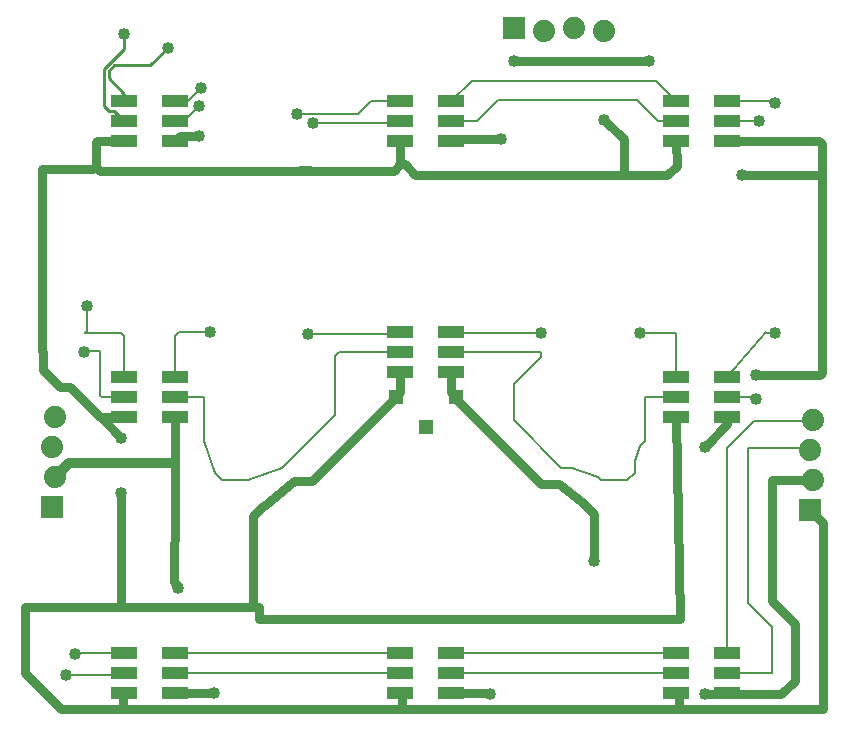
<source format=gtl>
G04 EAGLE Gerber RS-274X export*
G75*
%MOIN*%
%FSLAX36Y36*%
%LPD*%
%INTop Copper Layer*%
%IPPOS*%
%AMOC8*
5,1,8,0,0,1.08239X$1,22.5*%
G01*
%ADD10R,0.074000X0.074000*%
%ADD11C,0.074000*%
%ADD12R,0.090551X0.043307*%
%ADD13R,0.047622X0.047622*%
%ADD14C,0.006000*%
%ADD15C,0.040000*%
%ADD16C,0.030000*%
%ADD17C,0.032000*%
%ADD18C,0.010000*%


D10*
X1675000Y2610000D03*
D11*
X1775000Y2600000D03*
X1875000Y2610000D03*
X1975000Y2600000D03*
D12*
X544646Y2233071D03*
X544646Y2300000D03*
X544646Y2366929D03*
X375354Y2366929D03*
X375354Y2300000D03*
X375354Y2233071D03*
X1464646Y2233071D03*
X1464646Y2300000D03*
X1464646Y2366929D03*
X1295354Y2366929D03*
X1295354Y2300000D03*
X1295354Y2233071D03*
X2384646Y2233071D03*
X2384646Y2300000D03*
X2384646Y2366929D03*
X2215354Y2366929D03*
X2215354Y2300000D03*
X2215354Y2233071D03*
X544646Y1313071D03*
X544646Y1380000D03*
X544646Y1446929D03*
X375354Y1446929D03*
X375354Y1380000D03*
X375354Y1313071D03*
X1464646Y1463071D03*
X1464646Y1530000D03*
X1464646Y1596929D03*
X1295354Y1596929D03*
X1295354Y1530000D03*
X1295354Y1463071D03*
X2384646Y1313071D03*
X2384646Y1380000D03*
X2384646Y1446929D03*
X2215354Y1446929D03*
X2215354Y1380000D03*
X2215354Y1313071D03*
X544646Y393071D03*
X544646Y460000D03*
X544646Y526929D03*
X375354Y526929D03*
X375354Y460000D03*
X375354Y393071D03*
X1464646Y393071D03*
X1464646Y460000D03*
X1464646Y526929D03*
X1295354Y526929D03*
X1295354Y460000D03*
X1295354Y393071D03*
X2384646Y393071D03*
X2384646Y460000D03*
X2384646Y526929D03*
X2215354Y526929D03*
X2215354Y460000D03*
X2215354Y393071D03*
D13*
X1480000Y1380000D03*
X1380000Y1280000D03*
X1280000Y1380000D03*
D10*
X2660000Y1005000D03*
D11*
X2670000Y1105000D03*
X2660000Y1205000D03*
X2670000Y1305000D03*
D10*
X135000Y1015000D03*
D11*
X145000Y1115000D03*
X135000Y1215000D03*
X145000Y1315000D03*
D14*
X544646Y2366929D02*
X586929Y2366929D01*
X630000Y2410000D01*
D15*
X630000Y2410000D03*
X950000Y2325000D03*
D14*
X1155000Y2325000D01*
X1196929Y2366929D02*
X1295354Y2366929D01*
X1196929Y2366929D02*
X1155000Y2325000D01*
X575000Y2300000D02*
X544646Y2300000D01*
X575000Y2300000D02*
X625000Y2350000D01*
D15*
X625000Y2350000D03*
X1005000Y2295000D03*
D14*
X1290354Y2295000D01*
X1295354Y2300000D01*
X1464646Y2366929D02*
X1532717Y2435000D01*
X2147283Y2435000D02*
X2215354Y2366929D01*
X2147283Y2435000D02*
X1532717Y2435000D01*
X1550000Y2300000D02*
X1464646Y2300000D01*
X1550000Y2300000D02*
X1620000Y2370000D01*
X2085000Y2370000D01*
X2155000Y2300000D02*
X2215354Y2300000D01*
X2155000Y2300000D02*
X2085000Y2370000D01*
D15*
X250000Y1685000D03*
D14*
X250000Y1600000D01*
X245000Y1595000D01*
X363425Y1595000D01*
D15*
X2545000Y2360000D03*
D14*
X375354Y1583071D02*
X363425Y1595000D01*
X375354Y1583071D02*
X375354Y1446929D01*
X2384646Y2366929D02*
X2538071Y2366929D01*
X2545000Y2360000D01*
D15*
X240000Y1530000D03*
X2490000Y2300000D03*
D14*
X375354Y1380000D02*
X300000Y1380000D01*
X295000Y1385000D01*
X295000Y1535000D01*
X245000Y1535000D01*
X240000Y1530000D01*
X2384646Y2300000D02*
X2490000Y2300000D01*
D16*
X2040000Y2120000D02*
X1345000Y2120000D01*
X370000Y345000D02*
X370000Y340000D01*
X370000Y345000D02*
X370000Y387717D01*
X103890Y1529896D02*
X100000Y1533785D01*
X100000Y2140000D01*
X103890Y1529896D02*
X103890Y1471110D01*
X2705000Y960000D02*
X2705000Y340000D01*
X2705000Y960000D02*
X2660000Y1005000D01*
X2215354Y1313071D02*
X2225903Y640000D01*
X1001444Y1101444D02*
X940264Y1101444D01*
X840415Y1017661D01*
X837670Y1017661D01*
X805000Y984992D01*
X805000Y680000D01*
X825000Y680000D02*
X825000Y640000D01*
X2225903Y640000D01*
X825000Y680000D02*
X805000Y680000D01*
X365000Y680000D01*
X43000Y680000D01*
D15*
X1675000Y2500000D03*
D16*
X2125000Y2500000D01*
D15*
X2125000Y2500000D03*
X1975000Y2305000D03*
D16*
X2040000Y2240000D01*
X2040000Y2120000D01*
X2216762Y2151762D02*
X2215354Y2233071D01*
X2216762Y2151762D02*
X2185000Y2120000D01*
X2040000Y2120000D01*
D15*
X365000Y1060000D03*
D16*
X365000Y680000D01*
X269307Y2140000D02*
X100000Y2140000D01*
X269307Y2140000D02*
X274000Y2144693D01*
X295000Y2134693D02*
X965000Y2134693D01*
X995000Y2134693D02*
X1274693Y2134693D01*
X43000Y680000D02*
X43000Y460000D01*
X1300000Y340000D02*
X2225000Y340000D01*
X1300000Y340000D02*
X375000Y340000D01*
X370000Y340000D01*
X375000Y340000D02*
X370000Y345000D01*
X370000Y340000D02*
X163000Y340000D01*
X43000Y460000D01*
X2225000Y340000D02*
X2705000Y340000D01*
X285000Y2144693D02*
X274000Y2144693D01*
X1295354Y393071D02*
X1300000Y388425D01*
X1300000Y340000D01*
X375354Y393071D02*
X370000Y387717D01*
X2215354Y393071D02*
X2225000Y383425D01*
X2225000Y340000D01*
X295000Y1315000D02*
X195000Y1415000D01*
X296929Y1313071D02*
X365000Y1245000D01*
X195000Y1415000D02*
X160000Y1415000D01*
D15*
X365000Y1245000D03*
D16*
X160000Y1415000D02*
X103890Y1471110D01*
X1295354Y2155354D02*
X1295354Y2233071D01*
X1295354Y2155354D02*
X1274693Y2134693D01*
X1295354Y2155354D02*
X1309646Y2155354D01*
X1345000Y2120000D01*
X295000Y2134693D02*
X285000Y2144693D01*
X280000Y2149693D01*
X280000Y2230000D01*
X283071Y2233071D01*
X375354Y2233071D01*
X1295354Y1463071D02*
X1295354Y1395354D01*
X1280000Y1380000D01*
X1001444Y1101444D01*
D17*
X995000Y2134693D02*
X965000Y2134693D01*
D16*
X375354Y1313071D02*
X296929Y1313071D01*
X295000Y1315000D01*
D15*
X2310000Y1215000D03*
D16*
X2700000Y2120000D02*
X2700000Y2225000D01*
X2700000Y2120000D02*
X2700000Y1460000D01*
X2535000Y700000D02*
X2610000Y625000D01*
X2535000Y700000D02*
X2535000Y1105000D01*
X2670000Y1105000D01*
X1464646Y1395354D02*
X1464646Y1463071D01*
D15*
X1940000Y835000D03*
D16*
X1825434Y1091444D02*
X1763556Y1091444D01*
X1825434Y1091444D02*
X1899354Y1029418D01*
X1940000Y988771D01*
X1940000Y835000D01*
X544646Y1160000D02*
X544646Y1313071D01*
X544646Y1160000D02*
X544646Y1029212D01*
X539992Y765008D01*
X555000Y750000D01*
X555000Y745000D01*
D15*
X555000Y745000D03*
X1630000Y2240000D03*
D16*
X1454750Y2240000D01*
X1464646Y2233071D01*
X2610000Y435000D02*
X2565000Y390000D01*
X2610000Y435000D02*
X2610000Y625000D01*
X1591929Y393071D02*
X1464646Y393071D01*
X1591929Y393071D02*
X1595000Y390000D01*
D15*
X1595000Y390000D03*
D16*
X673071Y393071D02*
X544646Y393071D01*
X673071Y393071D02*
X675000Y395000D01*
D15*
X675000Y395000D03*
D16*
X2695000Y1455000D02*
X2700000Y1460000D01*
X2695000Y1455000D02*
X2480000Y1455000D01*
D15*
X2480000Y1455000D03*
D16*
X2384646Y1289646D02*
X2310000Y1215000D01*
X2384646Y1289646D02*
X2384646Y1313071D01*
D15*
X2435000Y2120000D03*
D16*
X2700000Y2120000D01*
X2691929Y2233071D02*
X2384646Y2233071D01*
X2691929Y2233071D02*
X2700000Y2225000D01*
X561575Y2250000D02*
X544646Y2233071D01*
X561575Y2250000D02*
X625000Y2250000D01*
D15*
X625000Y2250000D03*
D16*
X2384646Y393071D02*
X2387717Y390000D01*
X2565000Y390000D01*
D15*
X2310000Y390000D03*
D16*
X2387717Y390000D01*
X1480000Y1380000D02*
X1464646Y1395354D01*
X1480000Y1375000D02*
X1763556Y1091444D01*
X1480000Y1375000D02*
X1480000Y1380000D01*
D17*
X544646Y1160000D02*
X190000Y1160000D01*
X145000Y1115000D01*
D15*
X520000Y2545000D03*
D18*
X324000Y2467841D02*
X324000Y2442159D01*
X324000Y2467841D02*
X342159Y2486000D01*
X461000Y2486000D02*
X520000Y2545000D01*
X461000Y2486000D02*
X342159Y2486000D01*
X375354Y2390805D02*
X375354Y2366929D01*
X375354Y2390805D02*
X324000Y2442159D01*
D15*
X375000Y2590000D03*
D18*
X375000Y2541468D01*
X341079Y2334276D02*
X325522Y2334276D01*
X308000Y2474468D02*
X375000Y2541468D01*
X341079Y2334276D02*
X375354Y2300000D01*
X308000Y2351798D02*
X308000Y2474468D01*
X308000Y2351798D02*
X325522Y2334276D01*
D15*
X661141Y1597028D03*
X987921Y1591261D03*
D14*
X1289686Y1591261D01*
X1295354Y1596929D01*
X661141Y1597028D02*
X557028Y1597028D01*
X544646Y1584646D02*
X544646Y1446929D01*
X544646Y1584646D02*
X557028Y1597028D01*
X641831Y1235168D02*
X676315Y1127787D01*
X701504Y1102598D01*
X788422Y1102598D02*
X900382Y1143350D01*
X788422Y1102598D02*
X701504Y1102598D01*
X1077055Y1517055D02*
X1090000Y1530000D01*
X1077055Y1320023D02*
X900382Y1143350D01*
X1077055Y1320023D02*
X1077055Y1517055D01*
X1090000Y1530000D02*
X1295354Y1530000D01*
X640000Y1380000D02*
X640000Y1236998D01*
X640000Y1380000D02*
X544646Y1380000D01*
X640000Y1236998D02*
X641831Y1235168D01*
D15*
X2093397Y1594993D03*
X1764259Y1594650D03*
D14*
X1466925Y1594650D01*
X1464646Y1596929D01*
X2093397Y1594993D02*
X2210007Y1594993D01*
X2215354Y1589646D02*
X2215354Y1446929D01*
X2215354Y1589646D02*
X2210007Y1594993D01*
X2094017Y1217236D02*
X2077465Y1165692D01*
X2077465Y1127787D01*
X2052276Y1102598D01*
X1965358Y1102598D02*
X1954772Y1113184D01*
X1867546Y1144933D01*
X1831814Y1144933D01*
X2094017Y1217236D02*
X2111607Y1234826D01*
X2052276Y1102598D02*
X1965358Y1102598D01*
X1672945Y1422273D02*
X1765000Y1514328D01*
X1765000Y1530000D01*
X1672945Y1303803D02*
X1831814Y1144933D01*
X1672945Y1303803D02*
X1672945Y1422273D01*
X1765000Y1530000D02*
X1464646Y1530000D01*
X2111607Y1378393D02*
X2111607Y1234826D01*
X2111607Y1378393D02*
X2110000Y1380000D01*
X2215354Y1380000D01*
X2384646Y1446929D02*
X2513071Y1596929D01*
X2515000Y1595000D01*
D15*
X210000Y525000D03*
D14*
X2515000Y1595000D02*
X2545000Y1595000D01*
D15*
X2545000Y1595000D03*
D14*
X211929Y526929D02*
X210000Y525000D01*
X211929Y526929D02*
X375354Y526929D01*
X2472881Y1380000D02*
X2480000Y1375000D01*
X2472881Y1380000D02*
X2384646Y1380000D01*
D15*
X2480000Y1375000D03*
X180000Y455000D03*
D14*
X370354Y455000D01*
X375354Y460000D01*
X544646Y526929D02*
X1295354Y526929D01*
X1295354Y460000D02*
X544646Y460000D01*
X1464646Y526929D02*
X2215354Y526929D01*
X2215354Y460000D02*
X1464646Y460000D01*
X2485000Y1300000D02*
X2665000Y1300000D01*
X2670000Y1305000D01*
X2384646Y1210000D02*
X2384646Y526929D01*
X2384646Y1210000D02*
X2474646Y1300000D01*
X2485000Y1300000D01*
X2455000Y1210000D02*
X2455000Y695000D01*
X2455000Y1210000D02*
X2680000Y1210000D01*
X2675000Y1205000D01*
X2660000Y1205000D01*
X2455000Y695000D02*
X2535000Y615000D01*
X2535000Y460000D02*
X2384646Y460000D01*
X2535000Y460000D02*
X2535000Y615000D01*
M02*

</source>
